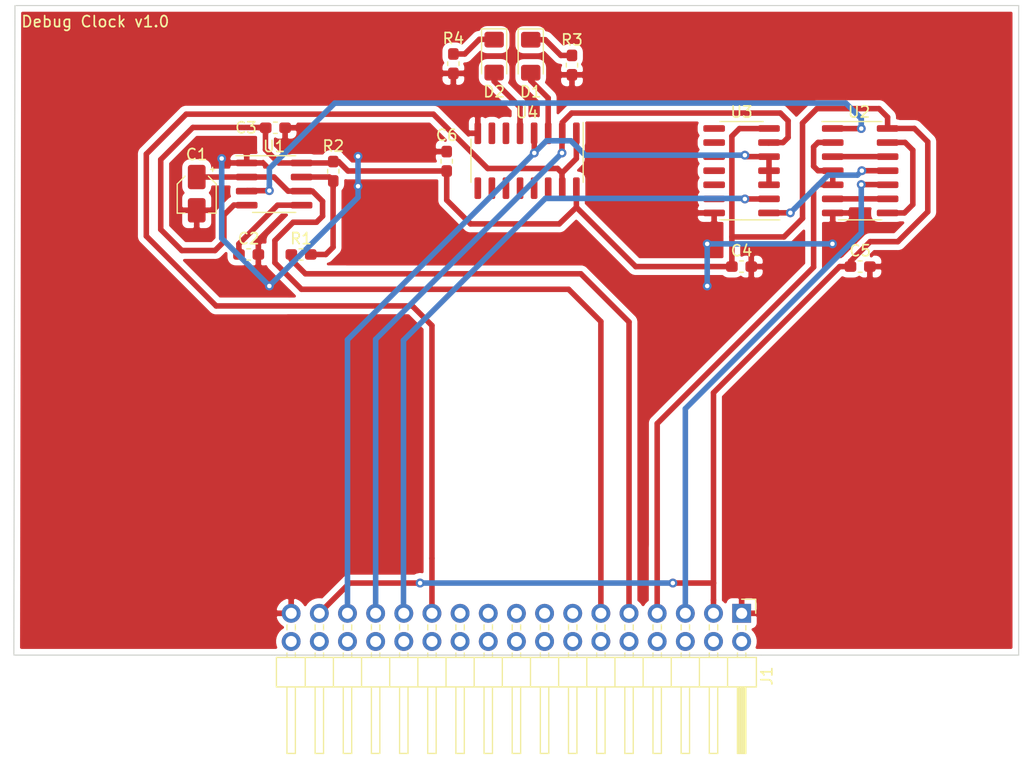
<source format=kicad_pcb>
(kicad_pcb (version 20211014) (generator pcbnew)
  (layers (0 "F.Cu" signal) (31 "B.Cu" signal) (34 "B.Paste" user) (35 "F.Paste" user) (36 "B.SilkS" user "B.Silkscreen") (37 "F.SilkS" user "F.Silkscreen") (38 "B.Mask" user) (39 "F.Mask" user) (44 "Edge.Cuts" user))
  (net 0 "")
  (net 1 "SPD2")
  (net 2 "GND")
  (net 3 "Net-(C2-Pad1)")
  (net 4 "+5V")
  (net 5 "Net-(D1-Pad1)")
  (net 6 "Net-(D1-Pad2)")
  (net 7 "Net-(D2-Pad2)")
  (net 8 "Net-(D2-Pad1)")
  (net 9 "Net-(J1-Pad2)")
  (net 10 "Net-(J1-Pad4)")
  (net 11 "MAN")
  (net 12 "Net-(J1-Pad6)")
  (net 13 "SEL")
  (net 14 "Net-(J1-Pad8)")
  (net 15 "SPD1")
  (net 16 "Net-(J1-Pad10)")
  (net 17 "Net-(J1-Pad12)")
  (net 18 "Net-(J1-Pad13)")
  (net 19 "Net-(J1-Pad14)")
  (net 20 "Net-(J1-Pad15)")
  (net 21 "Net-(J1-Pad16)")
  (net 22 "Net-(J1-Pad17)")
  (net 23 "Net-(J1-Pad18)")
  (net 24 "Net-(J1-Pad19)")
  (net 25 "Net-(J1-Pad20)")
  (net 26 "Net-(J1-Pad21)")
  (net 27 "Net-(J1-Pad22)")
  (net 28 "DBG")
  (net 29 "Net-(J1-Pad24)")
  (net 30 "HLT")
  (net 31 "Net-(J1-Pad26)")
  (net 32 "~{CLK}")
  (net 33 "Net-(J1-Pad28)")
  (net 34 "CLK")
  (net 35 "Net-(J1-Pad30)")
  (net 36 "Net-(J1-Pad32)")
  (net 37 "Net-(J1-Pad34)")
  (net 38 "Net-(R1-Pad2)")
  (net 39 "Net-(U1-Pad3)")
  (net 40 "Net-(U2-Pad12)")
  (net 41 "Net-(U2-Pad6)")
  (net 42 "Net-(U2-Pad13)")
  (net 43 "Net-(U2-Pad11)")
  (net 44 "Net-(U3-Pad13)")
  (net 45 "Net-(U3-Pad12)")
  (net 46 "Net-(U3-Pad11)")
  (net 47 "Net-(U3-Pad10)")
  (net 48 "Net-(U3-Pad9)")
  (net 49 "Net-(U3-Pad8)")
  (net 50 "Net-(U4-Pad6)")
  (net 51 "Net-(U4-Pad7)")
  (net 52 "Net-(U4-Pad9)")
  (net 53 "Net-(U4-Pad10)")
  (net 54 "Net-(U4-Pad11)")
  (net 55 "Net-(U4-Pad12)")
  (net 56 "Net-(U4-Pad13)")
  (net 57 "Net-(U4-Pad14)")
  (footprint "Capacitor_SMD:C_0603_1608Metric_Pad1.05x0.95mm_HandSolder" (layer "F.Cu") (at 176.3 56.35)
    (fp_text reference "C5" (at 0 -1.43) (layer "F.SilkS"))
    (fp_text value "0.1uF")
    (pad "1" smd roundrect locked (at -0.875 0) (size 1.05 0.95) (layers "F.Cu" "F.Paste" "F.Mask") (net 4 "+5V"))
    (pad "2" smd roundrect locked (at 0.875 0) (size 1.05 0.95) (layers "F.Cu" "F.Paste" "F.Mask") (net 2 "GND"))
  )
  (footprint "Connector_PinHeader_2.54mm:PinHeader_2x17_P2.54mm_Horizontal" (layer "F.Cu") (at 165.608 87.63 -90)
    (fp_text reference "J1" (at 5.655 -2.27 90) (layer "F.SilkS"))
    (fp_text value "Interconnect")
    (pad "1" thru_hole rect locked (at 0 0 270) (size 1.7 1.7) (drill 1) (layers *.Cu *.Mask) (net 2 "GND"))
    (pad "2" thru_hole oval locked (at 2.54 0 270) (size 1.7 1.7) (drill 1) (layers *.Cu *.Mask) (net 9 "Net-(J1-Pad2)"))
    (pad "3" thru_hole oval locked (at 0 2.54 270) (size 1.7 1.7) (drill 1) (layers *.Cu *.Mask) (net 4 "+5V"))
    (pad "4" thru_hole oval locked (at 2.54 2.54 270) (size 1.7 1.7) (drill 1) (layers *.Cu *.Mask) (net 10 "Net-(J1-Pad4)"))
    (pad "5" thru_hole oval locked (at 0 5.08 270) (size 1.7 1.7) (drill 1) (layers *.Cu *.Mask) (net 11 "MAN"))
    (pad "6" thru_hole oval locked (at 2.54 5.08 270) (size 1.7 1.7) (drill 1) (layers *.Cu *.Mask) (net 12 "Net-(J1-Pad6)"))
    (pad "7" thru_hole oval locked (at 0 7.62 270) (size 1.7 1.7) (drill 1) (layers *.Cu *.Mask) (net 13 "SEL"))
    (pad "8" thru_hole oval locked (at 2.54 7.62 270) (size 1.7 1.7) (drill 1) (layers *.Cu *.Mask) (net 14 "Net-(J1-Pad8)"))
    (pad "9" thru_hole oval locked (at 0 10.16 270) (size 1.7 1.7) (drill 1) (layers *.Cu *.Mask) (net 15 "SPD1"))
    (pad "10" thru_hole oval locked (at 2.54 10.16 270) (size 1.7 1.7) (drill 1) (layers *.Cu *.Mask) (net 16 "Net-(J1-Pad10)"))
    (pad "11" thru_hole oval locked (at 0 12.7 270) (size 1.7 1.7) (drill 1) (layers *.Cu *.Mask) (net 1 "SPD2"))
    (pad "12" thru_hole oval locked (at 2.54 12.7 270) (size 1.7 1.7) (drill 1) (layers *.Cu *.Mask) (net 17 "Net-(J1-Pad12)"))
    (pad "13" thru_hole oval locked (at 0 15.24 270) (size 1.7 1.7) (drill 1) (layers *.Cu *.Mask) (net 18 "Net-(J1-Pad13)"))
    (pad "14" thru_hole oval locked (at 2.54 15.24 270) (size 1.7 1.7) (drill 1) (layers *.Cu *.Mask) (net 19 "Net-(J1-Pad14)"))
    (pad "15" thru_hole oval locked (at 0 17.78 270) (size 1.7 1.7) (drill 1) (layers *.Cu *.Mask) (net 20 "Net-(J1-Pad15)"))
    (pad "16" thru_hole oval locked (at 2.54 17.78 270) (size 1.7 1.7) (drill 1) (layers *.Cu *.Mask) (net 21 "Net-(J1-Pad16)"))
    (pad "17" thru_hole oval locked (at 0 20.32 270) (size 1.7 1.7) (drill 1) (layers *.Cu *.Mask) (net 22 "Net-(J1-Pad17)"))
    (pad "18" thru_hole oval locked (at 2.54 20.32 270) (size 1.7 1.7) (drill 1) (layers *.Cu *.Mask) (net 23 "Net-(J1-Pad18)"))
    (pad "19" thru_hole oval locked (at 0 22.86 270) (size 1.7 1.7) (drill 1) (layers *.Cu *.Mask) (net 24 "Net-(J1-Pad19)"))
    (pad "20" thru_hole oval locked (at 2.54 22.86 270) (size 1.7 1.7) (drill 1) (layers *.Cu *.Mask) (net 25 "Net-(J1-Pad20)"))
    (pad "21" thru_hole oval locked (at 0 25.4 270) (size 1.7 1.7) (drill 1) (layers *.Cu *.Mask) (net 26 "Net-(J1-Pad21)"))
    (pad "22" thru_hole oval locked (at 2.54 25.4 270) (size 1.7 1.7) (drill 1) (layers *.Cu *.Mask) (net 27 "Net-(J1-Pad22)"))
    (pad "23" thru_hole oval locked (at 0 27.94 270) (size 1.7 1.7) (drill 1) (layers *.Cu *.Mask) (net 28 "DBG"))
    (pad "24" thru_hole oval locked (at 2.54 27.94 270) (size 1.7 1.7) (drill 1) (layers *.Cu *.Mask) (net 29 "Net-(J1-Pad24)"))
    (pad "25" thru_hole oval locked (at 0 30.48 270) (size 1.7 1.7) (drill 1) (layers *.Cu *.Mask) (net 30 "HLT"))
    (pad "26" thru_hole oval locked (at 2.54 30.48 270) (size 1.7 1.7) (drill 1) (layers *.Cu *.Mask) (net 31 "Net-(J1-Pad26)"))
    (pad "27" thru_hole oval locked (at 0 33.02 270) (size 1.7 1.7) (drill 1) (layers *.Cu *.Mask) (net 32 "~{CLK}"))
    (pad "28" thru_hole oval locked (at 2.54 33.02 270) (size 1.7 1.7) (drill 1) (layers *.Cu *.Mask) (net 33 "Net-(J1-Pad28)"))
    (pad "29" thru_hole oval locked (at 0 35.56 270) (size 1.7 1.7) (drill 1) (layers *.Cu *.Mask) (net 34 "CLK"))
    (pad "30" thru_hole oval locked (at 2.54 35.56 270) (size 1.7 1.7) (drill 1) (layers *.Cu *.Mask) (net 35 "Net-(J1-Pad30)"))
    (pad "31" thru_hole oval locked (at 0 38.1 270) (size 1.7 1.7) (drill 1) (layers *.Cu *.Mask) (net 4 "+5V"))
    (pad "32" thru_hole oval locked (at 2.54 38.1 270) (size 1.7 1.7) (drill 1) (layers *.Cu *.Mask) (net 36 "Net-(J1-Pad32)"))
    (pad "33" thru_hole oval locked (at 0 40.64 270) (size 1.7 1.7) (drill 1) (layers *.Cu *.Mask) (net 2 "GND"))
    (pad "34" thru_hole oval locked (at 2.54 40.64 270) (size 1.7 1.7) (drill 1) (layers *.Cu *.Mask) (net 37 "Net-(J1-Pad34)"))
  )
  (footprint "Resistor_SMD:R_0603_1608Metric_Pad1.05x0.95mm_HandSolder" (layer "F.Cu") (at 128.766 47.749 90)
    (fp_text reference "R2" (at 2.272 0 180) (layer "F.SilkS"))
    (fp_text value "1K")
    (pad "1" smd roundrect locked (at -0.875 0 90) (size 1.05 0.95) (layers "F.Cu" "F.Paste" "F.Mask") (net 38 "Net-(R1-Pad2)"))
    (pad "2" smd roundrect locked (at 0.875 0 90) (size 1.05 0.95) (layers "F.Cu" "F.Paste" "F.Mask") (net 4 "+5V"))
  )
  (footprint "Package_SO:SOIC-14_3.9x8.7mm_P1.27mm" (layer "F.Cu") (at 176.3 47.7)
    (fp_text reference "U2" (at -0.1 -5.3) (layer "F.SilkS"))
    (fp_text value "74LS00")
    (pad "1" smd roundrect locked (at -2.475 -3.81) (size 1.95 0.6) (layers "F.Cu" "F.Paste" "F.Mask") (net 39 "Net-(U1-Pad3)"))
    (pad "2" smd roundrect locked (at -2.475 -2.54) (size 1.95 0.6) (layers "F.Cu" "F.Paste" "F.Mask") (net 13 "SEL"))
    (pad "3" smd roundrect locked (at -2.475 -1.27) (size 1.95 0.6) (layers "F.Cu" "F.Paste" "F.Mask") (net 40 "Net-(U2-Pad12)"))
    (pad "4" smd roundrect locked (at -2.475 0) (size 1.95 0.6) (layers "F.Cu" "F.Paste" "F.Mask") (net 13 "SEL"))
    (pad "5" smd roundrect locked (at -2.475 1.27) (size 1.95 0.6) (layers "F.Cu" "F.Paste" "F.Mask") (net 13 "SEL"))
    (pad "6" smd roundrect locked (at -2.475 2.54) (size 1.95 0.6) (layers "F.Cu" "F.Paste" "F.Mask") (net 41 "Net-(U2-Pad6)"))
    (pad "7" smd roundrect locked (at -2.475 3.81) (size 1.95 0.6) (layers "F.Cu" "F.Paste" "F.Mask") (net 2 "GND"))
    (pad "8" smd roundrect locked (at 2.475 3.81) (size 1.95 0.6) (layers "F.Cu" "F.Paste" "F.Mask") (net 42 "Net-(U2-Pad13)"))
    (pad "9" smd roundrect locked (at 2.475 2.54) (size 1.95 0.6) (layers "F.Cu" "F.Paste" "F.Mask") (net 41 "Net-(U2-Pad6)"))
    (pad "10" smd roundrect locked (at 2.475 1.27) (size 1.95 0.6) (layers "F.Cu" "F.Paste" "F.Mask") (net 11 "MAN"))
    (pad "11" smd roundrect locked (at 2.475 0) (size 1.95 0.6) (layers "F.Cu" "F.Paste" "F.Mask") (net 43 "Net-(U2-Pad11)"))
    (pad "12" smd roundrect locked (at 2.475 -1.27) (size 1.95 0.6) (layers "F.Cu" "F.Paste" "F.Mask") (net 40 "Net-(U2-Pad12)"))
    (pad "13" smd roundrect locked (at 2.475 -2.54) (size 1.95 0.6) (layers "F.Cu" "F.Paste" "F.Mask") (net 42 "Net-(U2-Pad13)"))
    (pad "14" smd roundrect locked (at 2.475 -3.81) (size 1.95 0.6) (layers "F.Cu" "F.Paste" "F.Mask") (net 4 "+5V"))
  )
  (footprint "Package_SO:SOIC-16_3.9x9.9mm_P1.27mm" (layer "F.Cu") (at 146.25 46.8 -90)
    (fp_text reference "U4" (at -4.35 0 180) (layer "F.SilkS"))
    (fp_text value "74LS365")
    (pad "1" smd roundrect locked (at -2.475 -4.445 270) (size 1.95 0.6) (layers "F.Cu" "F.Paste" "F.Mask") (net 28 "DBG"))
    (pad "2" smd roundrect locked (at -2.475 -3.175 270) (size 1.95 0.6) (layers "F.Cu" "F.Paste" "F.Mask") (net 32 "~{CLK}"))
    (pad "3" smd roundrect locked (at -2.475 -1.905 270) (size 1.95 0.6) (layers "F.Cu" "F.Paste" "F.Mask") (net 6 "Net-(D1-Pad2)"))
    (pad "4" smd roundrect locked (at -2.475 -0.635 270) (size 1.95 0.6) (layers "F.Cu" "F.Paste" "F.Mask") (net 34 "CLK"))
    (pad "5" smd roundrect locked (at -2.475 0.635 270) (size 1.95 0.6) (layers "F.Cu" "F.Paste" "F.Mask") (net 7 "Net-(D2-Pad2)"))
    (pad "6" smd roundrect locked (at -2.475 1.905 270) (size 1.95 0.6) (layers "F.Cu" "F.Paste" "F.Mask") (net 50 "Net-(U4-Pad6)"))
    (pad "7" smd roundrect locked (at -2.475 3.175 270) (size 1.95 0.6) (layers "F.Cu" "F.Paste" "F.Mask") (net 51 "Net-(U4-Pad7)"))
    (pad "8" smd roundrect locked (at -2.475 4.445 270) (size 1.95 0.6) (layers "F.Cu" "F.Paste" "F.Mask") (net 2 "GND"))
    (pad "9" smd roundrect locked (at 2.475 4.445 270) (size 1.95 0.6) (layers "F.Cu" "F.Paste" "F.Mask") (net 52 "Net-(U4-Pad9)"))
    (pad "10" smd roundrect locked (at 2.475 3.175 270) (size 1.95 0.6) (layers "F.Cu" "F.Paste" "F.Mask") (net 53 "Net-(U4-Pad10)"))
    (pad "11" smd roundrect locked (at 2.475 1.905 270) (size 1.95 0.6) (layers "F.Cu" "F.Paste" "F.Mask") (net 54 "Net-(U4-Pad11)"))
    (pad "12" smd roundrect locked (at 2.475 0.635 270) (size 1.95 0.6) (layers "F.Cu" "F.Paste" "F.Mask") (net 55 "Net-(U4-Pad12)"))
    (pad "13" smd roundrect locked (at 2.475 -0.635 270) (size 1.95 0.6) (layers "F.Cu" "F.Paste" "F.Mask") (net 56 "Net-(U4-Pad13)"))
    (pad "14" smd roundrect locked (at 2.475 -1.905 270) (size 1.95 0.6) (layers "F.Cu" "F.Paste" "F.Mask") (net 57 "Net-(U4-Pad14)"))
    (pad "15" smd roundrect locked (at 2.475 -3.175 270) (size 1.95 0.6) (layers "F.Cu" "F.Paste" "F.Mask") (net 28 "DBG"))
    (pad "16" smd roundrect locked (at 2.475 -4.445 270) (size 1.95 0.6) (layers "F.Cu" "F.Paste" "F.Mask") (net 4 "+5V"))
  )
  (footprint "Package_SO:SOIC-8_3.9x4.9mm_P1.27mm" (layer "F.Cu") (at 123.432 48.906)
    (fp_text reference "U1" (at 0 -3.4) (layer "F.SilkS"))
    (fp_text value "LM555")
    (pad "1" smd roundrect locked (at -2.475 -1.905) (size 1.95 0.6) (layers "F.Cu" "F.Paste" "F.Mask") (net 2 "GND"))
    (pad "2" smd roundrect locked (at -2.475 -0.635) (size 1.95 0.6) (layers "F.Cu" "F.Paste" "F.Mask") (net 1 "SPD2"))
    (pad "3" smd roundrect locked (at -2.475 0.635) (size 1.95 0.6) (layers "F.Cu" "F.Paste" "F.Mask") (net 39 "Net-(U1-Pad3)"))
    (pad "4" smd roundrect locked (at -2.475 1.905) (size 1.95 0.6) (layers "F.Cu" "F.Paste" "F.Mask") (net 4 "+5V"))
    (pad "5" smd roundrect locked (at 2.475 1.905) (size 1.95 0.6) (layers "F.Cu" "F.Paste" "F.Mask") (net 3 "Net-(C2-Pad1)"))
    (pad "6" smd roundrect locked (at 2.475 0.635) (size 1.95 0.6) (layers "F.Cu" "F.Paste" "F.Mask") (net 1 "SPD2"))
    (pad "7" smd roundrect locked (at 2.475 -0.635) (size 1.95 0.6) (layers "F.Cu" "F.Paste" "F.Mask") (net 38 "Net-(R1-Pad2)"))
    (pad "8" smd roundrect locked (at 2.475 -1.905) (size 1.95 0.6) (layers "F.Cu" "F.Paste" "F.Mask") (net 4 "+5V"))
  )
  (footprint "Capacitor_SMD:CP_Elec_3x5.4" (layer "F.Cu") (at 116.447 49.771 -90)
    (fp_text reference "C1" (at -3.532 0 180) (layer "F.SilkS"))
    (fp_text value "1uF")
    (pad "1" smd roundrect locked (at -1.5 0 270) (size 2.2 1.6) (layers "F.Cu" "F.Paste" "F.Mask") (roundrect_rratio 0.15625) (net 1 "SPD2"))
    (pad "2" smd roundrect locked (at 1.5 0 270) (size 2.2 1.6) (layers "F.Cu" "F.Paste" "F.Mask") (roundrect_rratio 0.15625) (net 2 "GND"))
  )
  (footprint "Capacitor_SMD:C_0603_1608Metric_Pad1.05x0.95mm_HandSolder" (layer "F.Cu") (at 123.545 43.826)
    (fp_text reference "C3" (at -2.653 0) (layer "F.SilkS"))
    (fp_text value "0.1uF")
    (pad "1" smd roundrect locked (at -0.875 0) (size 1.05 0.95) (layers "F.Cu" "F.Paste" "F.Mask") (net 4 "+5V"))
    (pad "2" smd roundrect locked (at 0.875 0) (size 1.05 0.95) (layers "F.Cu" "F.Paste" "F.Mask") (net 2 "GND"))
  )
  (footprint "Capacitor_SMD:C_0603_1608Metric_Pad1.05x0.95mm_HandSolder" (layer "F.Cu") (at 121.132 55.256)
    (fp_text reference "C2" (at 0 -1.43) (layer "F.SilkS"))
    (fp_text value "0.01uF")
    (pad "1" smd roundrect locked (at -0.875 0) (size 1.05 0.95) (layers "F.Cu" "F.Paste" "F.Mask") (net 3 "Net-(C2-Pad1)"))
    (pad "2" smd roundrect locked (at 0.875 0) (size 1.05 0.95) (layers "F.Cu" "F.Paste" "F.Mask") (net 2 "GND"))
  )
  (footprint "Resistor_SMD:R_0603_1608Metric_Pad1.05x0.95mm_HandSolder" (layer "F.Cu") (at 125.859 55.256)
    (fp_text reference "R1" (at 0 -1.43) (layer "F.SilkS"))
    (fp_text value "100R")
    (pad "1" smd roundrect locked (at -0.875 0) (size 1.05 0.95) (layers "F.Cu" "F.Paste" "F.Mask") (net 15 "SPD1"))
    (pad "2" smd roundrect locked (at 0.875 0) (size 1.05 0.95) (layers "F.Cu" "F.Paste" "F.Mask") (net 38 "Net-(R1-Pad2)"))
  )
  (footprint "Package_SO:SOIC-14_3.9x8.7mm_P1.27mm" (layer "F.Cu") (at 165.6 47.7 180)
    (fp_text reference "U3" (at 0 5.3) (layer "F.SilkS"))
    (fp_text value "74LS00")
    (pad "1" smd roundrect locked (at -2.475 -3.81 180) (size 1.95 0.6) (layers "F.Cu" "F.Paste" "F.Mask") (net 43 "Net-(U2-Pad11)"))
    (pad "2" smd roundrect locked (at -2.475 -2.54 180) (size 1.95 0.6) (layers "F.Cu" "F.Paste" "F.Mask") (net 30 "HLT"))
    (pad "3" smd roundrect locked (at -2.475 -1.27 180) (size 1.95 0.6) (layers "F.Cu" "F.Paste" "F.Mask") (net 34 "CLK"))
    (pad "4" smd roundrect locked (at -2.475 0 180) (size 1.95 0.6) (layers "F.Cu" "F.Paste" "F.Mask") (net 34 "CLK"))
    (pad "5" smd roundrect locked (at -2.475 1.27 180) (size 1.95 0.6) (layers "F.Cu" "F.Paste" "F.Mask") (net 34 "CLK"))
    (pad "6" smd roundrect locked (at -2.475 2.54 180) (size 1.95 0.6) (layers "F.Cu" "F.Paste" "F.Mask") (net 32 "~{CLK}"))
    (pad "7" smd roundrect locked (at -2.475 3.81 180) (size 1.95 0.6) (layers "F.Cu" "F.Paste" "F.Mask") (net 4 "+5V"))
    (pad "8" smd roundrect locked (at 2.475 3.81 180) (size 1.95 0.6) (layers "F.Cu" "F.Paste" "F.Mask") (net 49 "Net-(U3-Pad8)"))
    (pad "9" smd roundrect locked (at 2.475 2.54 180) (size 1.95 0.6) (layers "F.Cu" "F.Paste" "F.Mask") (net 48 "Net-(U3-Pad9)"))
    (pad "10" smd roundrect locked (at 2.475 1.27 180) (size 1.95 0.6) (layers "F.Cu" "F.Paste" "F.Mask") (net 47 "Net-(U3-Pad10)"))
    (pad "11" smd roundrect locked (at 2.475 0 180) (size 1.95 0.6) (layers "F.Cu" "F.Paste" "F.Mask") (net 46 "Net-(U3-Pad11)"))
    (pad "12" smd roundrect locked (at 2.475 -1.27 180) (size 1.95 0.6) (layers "F.Cu" "F.Paste" "F.Mask") (net 45 "Net-(U3-Pad12)"))
    (pad "13" smd roundrect locked (at 2.475 -2.54 180) (size 1.95 0.6) (layers "F.Cu" "F.Paste" "F.Mask") (net 44 "Net-(U3-Pad13)"))
    (pad "14" smd roundrect locked (at 2.475 -3.81 180) (size 1.95 0.6) (layers "F.Cu" "F.Paste" "F.Mask") (net 2 "GND"))
  )
  (footprint "Capacitor_SMD:C_0603_1608Metric_Pad1.05x0.95mm_HandSolder" (layer "F.Cu") (at 139 46.85 90)
    (fp_text reference "C6" (at 2.35 0 180) (layer "F.SilkS"))
    (fp_text value "0.1uF")
    (pad "1" smd roundrect locked (at -0.875 0 90) (size 1.05 0.95) (layers "F.Cu" "F.Paste" "F.Mask") (net 4 "+5V"))
    (pad "2" smd roundrect locked (at 0.875 0 90) (size 1.05 0.95) (layers "F.Cu" "F.Paste" "F.Mask") (net 2 "GND"))
  )
  (footprint "Capacitor_SMD:C_0603_1608Metric_Pad1.05x0.95mm_HandSolder" (layer "F.Cu") (at 165.6 56.35)
    (fp_text reference "C4" (at 0 -1.43) (layer "F.SilkS"))
    (fp_text value "0.1uF")
    (pad "1" smd roundrect locked (at -0.875 0) (size 1.05 0.95) (layers "F.Cu" "F.Paste" "F.Mask") (net 4 "+5V"))
    (pad "2" smd roundrect locked (at 0.875 0) (size 1.05 0.95) (layers "F.Cu" "F.Paste" "F.Mask") (net 2 "GND"))
  )
  (footprint "LED_SMD:LED_1206_3216Metric_Pad1.42x1.75mm_HandSolder" (layer "F.Cu") (at 146.58 37.3705 -90)
    (fp_text reference "D1" (at 3.2115 0 180) (layer "F.SilkS"))
    (fp_text value "~{CLK}")
    (pad "1" smd roundrect locked (at -1.4875 0 270) (size 1.425 1.75) (layers "F.Cu" "F.Paste" "F.Mask") (roundrect_rratio 0.175439) (net 5 "Net-(D1-Pad1)"))
    (pad "2" smd roundrect locked (at 1.4875 0 270) (size 1.425 1.75) (layers "F.Cu" "F.Paste" "F.Mask") (roundrect_rratio 0.175439) (net 6 "Net-(D1-Pad2)"))
  )
  (footprint "Resistor_SMD:R_0603_1608Metric_Pad1.05x0.95mm_HandSolder" (layer "F.Cu") (at 150.3 38.175 90)
    (fp_text reference "R3" (at 2.272 0 180) (layer "F.SilkS"))
    (fp_text value "220R")
    (pad "1" smd roundrect locked (at -0.875 0 90) (size 1.05 0.95) (layers "F.Cu" "F.Paste" "F.Mask") (net 2 "GND"))
    (pad "2" smd roundrect locked (at 0.875 0 90) (size 1.05 0.95) (layers "F.Cu" "F.Paste" "F.Mask") (net 5 "Net-(D1-Pad1)"))
  )
  (footprint "Resistor_SMD:R_0603_1608Metric_Pad1.05x0.95mm_HandSolder" (layer "F.Cu") (at 139.6 38.045 90)
    (fp_text reference "R4" (at 2.272 0 180) (layer "F.SilkS"))
    (fp_text value "220R")
    (pad "1" smd roundrect locked (at -0.875 0 90) (size 1.05 0.95) (layers "F.Cu" "F.Paste" "F.Mask") (net 2 "GND"))
    (pad "2" smd roundrect locked (at 0.875 0 90) (size 1.05 0.95) (layers "F.Cu" "F.Paste" "F.Mask") (net 8 "Net-(D2-Pad1)"))
  )
  (footprint "LED_SMD:LED_1206_3216Metric_Pad1.42x1.75mm_HandSolder" (layer "F.Cu") (at 143.278 37.3625 -90)
    (fp_text reference "D2" (at 3.2115 0 180) (layer "F.SilkS"))
    (fp_text value "CLK")
    (pad "1" smd roundrect locked (at -1.4875 0 270) (size 1.425 1.75) (layers "F.Cu" "F.Paste" "F.Mask") (roundrect_rratio 0.175439) (net 8 "Net-(D2-Pad1)"))
    (pad "2" smd roundrect locked (at 1.4875 0 270) (size 1.425 1.75) (layers "F.Cu" "F.Paste" "F.Mask") (roundrect_rratio 0.175439) (net 7 "Net-(D2-Pad2)"))
  )
  (gr_line (start 99.95 91.4) (end 123.2 91.4) (layer "Edge.Cuts") (width 0.1))
  (gr_line (start 123.5 91.4) (end 123.2 91.4) (layer "Edge.Cuts") (width 0.1))
  (gr_line (start 190.6 32.8) (end 100.05 32.8) (layer "Edge.Cuts") (width 0.1))
  (gr_line (start 99.95 91.3) (end 100.05 32.8) (layer "Edge.Cuts") (width 0.1))
  (gr_line (start 167.4 91.4) (end 190.6 91.4) (layer "Edge.Cuts") (width 0.1))
  (gr_line (start 190.6 91.4) (end 190.6 32.8) (layer "Edge.Cuts") (width 0.1))
  (gr_line (start 167.4 91.4) (end 123.5 91.4) (layer "Edge.Cuts") (width 0.1))
  (gr_text "Debug Clock v1.0" (at 107.3 34.25) (layer "F.SilkS") (effects (font (size 1 1))))
  (segment (start 125.907 49.541) (end 124.691 49.541) (width 0.5) (layer "F.Cu") (net 1))
  (segment (start 127.8 51.8) (end 127.25 52.35) (width 0.5) (layer "F.Cu") (net 1))
  (segment (start 126.882 49.541) (end 127.8 50.459) (width 0.5) (layer "F.Cu") (net 1))
  (segment (start 125.9 58.4) (end 150 58.4) (width 0.5) (layer "F.Cu") (net 1))
  (segment (start 125.15 52.35) (end 123.5 54) (width 0.5) (layer "F.Cu") (net 1))
  (segment (start 125.907 49.541) (end 126.882 49.541) (width 0.5) (layer "F.Cu") (net 1))
  (segment (start 127.8 50.459) (end 127.8 51.8) (width 0.5) (layer "F.Cu") (net 1))
  (segment (start 127.25 52.35) (end 125.15 52.35) (width 0.5) (layer "F.Cu") (net 1))
  (segment (start 150 58.4) (end 152.908 61.308) (width 0.5) (layer "F.Cu") (net 1))
  (segment (start 152.908 61.308) (end 152.908 87.63) (width 0.5) (layer "F.Cu") (net 1))
  (segment (start 123.5 54) (end 123.5 56) (width 0.5) (layer "F.Cu") (net 1))
  (segment (start 120.957 48.271) (end 116.447 48.271) (width 0.5) (layer "F.Cu") (net 1))
  (segment (start 123.5 56) (end 125.9 58.4) (width 0.5) (layer "F.Cu") (net 1))
  (segment (start 124.691 49.541) (end 123.421 48.271) (width 0.5) (layer "F.Cu") (net 1))
  (segment (start 123.421 48.271) (end 120.957 48.271) (width 0.5) (layer "F.Cu") (net 1))
  (segment (start 166.475 56.35) (end 167 56.35) (width 0.5) (layer "F.Cu") (net 2))
  (via (at 173.8 54.3) (size 0.8) (drill 0.4) (layers "F.Cu" "B.Cu") (net 2))
  (via (at 162.5 58.1) (size 0.8) (drill 0.4) (layers "F.Cu" "B.Cu") (net 2))
  (via (at 131 49.1) (size 0.8) (drill 0.4) (layers "F.Cu" "B.Cu") (net 2))
  (via (at 162.5 54.3) (size 0.8) (drill 0.4) (layers "F.Cu" "B.Cu") (net 2))
  (via (at 131 46.4) (size 0.8) (drill 0.4) (layers "F.Cu" "B.Cu") (net 2))
  (via (at 123 58.1) (size 0.8) (drill 0.4) (layers "F.Cu" "B.Cu") (net 2))
  (via (at 118.7 46.6) (size 0.8) (drill 0.4) (layers "F.Cu" "B.Cu") (net 2))
  (segment (start 173.8 54.3) (end 173.8 54.3) (width 0.5) (layer "B.Cu") (net 2))
  (segment (start 131 46.4) (end 131 49.1) (width 0.5) (layer "B.Cu") (net 2))
  (segment (start 131 49.1) (end 131 50.1) (width 0.5) (layer "B.Cu") (net 2))
  (segment (start 162.5 54.3) (end 173.8 54.3) (width 0.5) (layer "B.Cu") (net 2))
  (segment (start 131 50.1) (end 123 58.1) (width 0.5) (layer "B.Cu") (net 2))
  (segment (start 162.5 54.3) (end 162.5 58.1) (width 0.5) (layer "B.Cu") (net 2))
  (segment (start 118.7 46.6) (end 118.7 53.8) (width 0.5) (layer "B.Cu") (net 2))
  (segment (start 118.7 53.8) (end 123 58.1) (width 0.5) (layer "B.Cu") (net 2))
  (segment (start 120.25 54.3) (end 123.739 50.811) (width 0.5) (layer "F.Cu") (net 3))
  (segment (start 120.257 54.781) (end 120.25 54.774) (width 0.5) (layer "F.Cu") (net 3))
  (segment (start 123.739 50.811) (end 125.907 50.811) (width 0.5) (layer "F.Cu") (net 3))
  (segment (start 120.257 55.256) (end 120.257 54.781) (width 0.5) (layer "F.Cu") (net 3))
  (segment (start 120.25 54.774) (end 120.25 54.3) (width 0.5) (layer "F.Cu") (net 3))
  (segment (start 159.4 84.9) (end 159.4 84.9) (width 0.5) (layer "F.Cu") (net 4))
  (segment (start 150.7 51) (end 149.15 52.5) (width 0.5) (layer "F.Cu") (net 4))
  (segment (start 122.65 44.321) (end 122.65 45.8) (width 0.5) (layer "F.Cu") (net 4))
  (segment (start 169.425 53.675) (end 171.1 52) (width 0.5) (layer "F.Cu") (net 4))
  (segment (start 130.238 84.9) (end 127.508 87.63) (width 0.5) (layer "F.Cu") (net 4))
  (segment (start 122.67 43.826) (end 122.67 44.301) (width 0.5) (layer "F.Cu") (net 4))
  (segment (start 128.639 47.001) (end 128.766 46.874) (width 0.5) (layer "F.Cu") (net 4))
  (segment (start 115.1 54.9) (end 113.2 53) (width 0.5) (layer "F.Cu") (net 4))
  (segment (start 163.068 86.427919) (end 163.068 87.63) (width 0.5) (layer "F.Cu") (net 4))
  (segment (start 150.695 49.855) (end 150.7 51) (width 0.5) (layer "F.Cu") (net 4))
  (segment (start 118.1 54.9) (end 115.1 54.9) (width 0.5) (layer "F.Cu") (net 4))
  (segment (start 181.19 43.89) (end 178.775 43.89) (width 0.5) (layer "F.Cu") (net 4))
  (segment (start 163.068 84.9) (end 159.4 84.9) (width 0.5) (layer "F.Cu") (net 4))
  (segment (start 178 42.1) (end 178.775 42.875) (width 0.5) (layer "F.Cu") (net 4))
  (segment (start 163.068 84.9) (end 163.068 86.427919) (width 0.5) (layer "F.Cu") (net 4))
  (segment (start 113.2 53) (end 113.2 46.7) (width 0.5) (layer "F.Cu") (net 4))
  (segment (start 118.9 54.1) (end 118.1 54.9) (width 0.5) (layer "F.Cu") (net 4))
  (segment (start 113.2 46.7) (end 116.1 43.8) (width 0.5) (layer "F.Cu") (net 4))
  (segment (start 174.45 56.35) (end 175.425 56.35) (width 0.5) (layer "F.Cu") (net 4))
  (segment (start 156.05 56.35) (end 164.725 56.35) (width 0.5) (layer "F.Cu") (net 4))
  (segment (start 163.068 67.732) (end 174.45 56.35) (width 0.5) (layer "F.Cu") (net 4))
  (segment (start 175.425 56.35) (end 175.425 55.875) (width 0.5) (layer "F.Cu") (net 4))
  (segment (start 168.065 43.9) (end 165.411476 43.9) (width 0.5) (layer "F.Cu") (net 4))
  (segment (start 171.1 43.4) (end 172.4 42.1) (width 0.5) (layer "F.Cu") (net 4))
  (segment (start 139 48.25) (end 139 47.725) (width 0.5) (layer "F.Cu") (net 4))
  (segment (start 165.411476 43.9) (end 164.725 44.586476) (width 0.5) (layer "F.Cu") (net 4))
  (segment (start 141.15 52.5) (end 139 50.35) (width 0.5) (layer "F.Cu") (net 4))
  (segment (start 118.9 51.7) (end 118.9 54.1) (width 0.5) (layer "F.Cu") (net 4))
  (segment (start 122.65 45.8) (end 123.851 47.001) (width 0.5) (layer "F.Cu") (net 4))
  (segment (start 120.957 50.811) (end 120.311 50.811) (width 0.5) (layer "F.Cu") (net 4))
  (segment (start 177.2 54.1) (end 179.7 54.1) (width 0.5) (layer "F.Cu") (net 4))
  (segment (start 120.3 50.8) (end 119.8 50.8) (width 0.5) (layer "F.Cu") (net 4))
  (segment (start 179.7 54.1) (end 182.4 51.4) (width 0.5) (layer "F.Cu") (net 4))
  (segment (start 182.4 45.1) (end 181.19 43.89) (width 0.5) (layer "F.Cu") (net 4))
  (segment (start 164.725 53.675) (end 169.425 53.675) (width 0.5) (layer "F.Cu") (net 4))
  (segment (start 128.766 46.874) (end 129.241 46.874) (width 0.5) (layer "F.Cu") (net 4))
  (segment (start 122.145 43.826) (end 122.67 43.826) (width 0.5) (layer "F.Cu") (net 4))
  (segment (start 123.851 47.001) (end 125.907 47.001) (width 0.5) (layer "F.Cu") (net 4))
  (segment (start 125.907 47.001) (end 128.639 47.001) (width 0.5) (layer "F.Cu") (net 4))
  (segment (start 139 50.35) (end 139 48.25) (width 0.5) (layer "F.Cu") (net 4))
  (segment (start 149.15 52.5) (end 141.15 52.5) (width 0.5) (layer "F.Cu") (net 4))
  (segment (start 168.075 43.89) (end 168.065 43.9) (width 0.5) (layer "F.Cu") (net 4))
  (segment (start 163.068 84.9) (end 163.068 67.732) (width 0.5) (layer "F.Cu") (net 4))
  (segment (start 116.1 43.8) (end 122.119 43.8) (width 0.5) (layer "F.Cu") (net 4))
  (segment (start 164.725 44.586476) (end 164.725 53.675) (width 0.5) (layer "F.Cu") (net 4))
  (segment (start 129.241 46.874) (end 130.092 47.725) (width 0.5) (layer "F.Cu") (net 4))
  (segment (start 178.775 42.875) (end 178.775 43.89) (width 0.5) (layer "F.Cu") (net 4))
  (segment (start 119.8 50.8) (end 118.9 51.7) (width 0.5) (layer "F.Cu") (net 4))
  (segment (start 164.725 55.875) (end 164.725 56.35) (width 0.5) (layer "F.Cu") (net 4))
  (segment (start 122.67 44.301) (end 122.65 44.321) (width 0.5) (layer "F.Cu") (net 4))
  (segment (start 122.119 43.8) (end 122.145 43.826) (width 0.5) (layer "F.Cu") (net 4))
  (segment (start 164.725 53.675) (end 164.725 55.875) (width 0.5) (layer "F.Cu") (net 4))
  (segment (start 136.6 84.9) (end 130.238 84.9) (width 0.5) (layer "F.Cu") (net 4))
  (segment (start 120.311 50.811) (end 120.3 50.8) (width 0.5) (layer "F.Cu") (net 4))
  (segment (start 172.4 42.1) (end 178 42.1) (width 0.5) (layer "F.Cu") (net 4))
  (segment (start 130.092 47.725) (end 139 47.725) (width 0.5) (layer "F.Cu") (net 4))
  (segment (start 182.4 51.4) (end 182.4 45.1) (width 0.5) (layer "F.Cu") (net 4))
  (segment (start 150.7 51) (end 156.05 56.35) (width 0.5) (layer "F.Cu") (net 4))
  (segment (start 150.695 49.275) (end 150.695 49.855) (width 0.5) (layer "F.Cu") (net 4))
  (segment (start 171.1 52) (end 171.1 43.4) (width 0.5) (layer "F.Cu") (net 4))
  (segment (start 175.425 55.875) (end 177.2 54.1) (width 0.5) (layer "F.Cu") (net 4))
  (via (at 136.6 84.9) (size 0.8) (drill 0.4) (layers "F.Cu" "B.Cu") (net 4))
  (via (at 159.4 84.9) (size 0.8) (drill 0.4) (layers "F.Cu" "B.Cu") (net 4))
  (segment (start 136.6 84.9) (end 136.6 84.9) (width 0.5) (layer "B.Cu") (net 4))
  (segment (start 159.4 84.9) (end 136.6 84.9) (width 0.5) (layer "B.Cu") (net 4))
  (segment (start 146.58 35.883) (end 147.883 35.883) (width 0.5) (layer "F.Cu") (net 5))
  (segment (start 149.3 37.3) (end 150.3 37.3) (width 0.5) (layer "F.Cu") (net 5))
  (segment (start 147.883 35.883) (end 149.3 37.3) (width 0.5) (layer "F.Cu") (net 5))
  (segment (start 148.155 43.35) (end 148.155 44.325) (width 0.5) (layer "F.Cu") (net 6))
  (segment (start 146.58 38.858) (end 146.58 39.5705) (width 0.5) (layer "F.Cu") (net 6))
  (segment (start 146.58 39.5705) (end 148.155 41.1455) (width 0.5) (layer "F.Cu") (net 6))
  (segment (start 148.155 41.1455) (end 148.155 43.35) (width 0.5) (layer "F.Cu") (net 6))
  (segment (start 145.615 41.965) (end 145.615 43.35) (width 0.5) (layer "F.Cu") (net 7))
  (segment (start 145.615 44.325) (end 145.615 43.665) (width 0.5) (layer "F.Cu") (net 7))
  (segment (start 145.615 43.665) (end 145.6 43.65) (width 0.5) (layer "F.Cu") (net 7))
  (segment (start 145.615 43.35) (end 145.615 44.325) (width 0.5) (layer "F.Cu") (net 7))
  (segment (start 143.278 38.85) (end 143.278 39.628) (width 0.5) (layer "F.Cu") (net 7))
  (segment (start 143.278 39.628) (end 145.615 41.965) (width 0.5) (layer "F.Cu") (net 7))
  (segment (start 142.65 35.85) (end 141.95 35.85) (width 0.5) (layer "F.Cu") (net 8))
  (segment (start 140.63 37.17) (end 139.6 37.17) (width 0.5) (layer "F.Cu") (net 8))
  (segment (start 142.675 35.875) (end 142.65 35.85) (width 0.5) (layer "F.Cu") (net 8))
  (segment (start 141.95 35.85) (end 140.63 37.17) (width 0.5) (layer "F.Cu") (net 8))
  (segment (start 143.278 35.875) (end 142.675 35.875) (width 0.5) (layer "F.Cu") (net 8))
  (segment (start 176.4 48.95) (end 176.4 48.95) (width 0.5) (layer "F.Cu") (net 11))
  (segment (start 178.05 48.95) (end 176.4 48.95) (width 0.5) (layer "F.Cu") (net 11))
  (segment (start 178.07 48.97) (end 178.05 48.95) (width 0.5) (layer "F.Cu") (net 11))
  (segment (start 178.775 48.97) (end 178.07 48.97) (width 0.5) (layer "F.Cu") (net 11))
  (via (at 176.4 48.95) (size 0.8) (drill 0.4) (layers "F.Cu" "B.Cu") (net 11))
  (segment (start 176.4 48.95) (end 176.4 53.3) (width 0.5) (layer "B.Cu") (net 11))
  (segment (start 176.4 53.3) (end 160.528 69.172) (width 0.5) (layer "B.Cu") (net 11))
  (segment (start 160.528 69.172) (end 160.528 87.63) (width 0.5) (layer "B.Cu") (net 11))
  (segment (start 173.825 45.16) (end 173.16 45.16) (width 0.5) (layer "F.Cu") (net 13))
  (segment (start 172.1 47.3) (end 172.5 47.7) (width 0.5) (layer "F.Cu") (net 13))
  (segment (start 173.825 47.7) (end 173.825 48.97) (width 0.5) (layer "F.Cu") (net 13))
  (segment (start 173.825 48.97) (end 173.33 48.97) (width 0.5) (layer "F.Cu") (net 13))
  (segment (start 173.15 45.15) (end 172.5 45.15) (width 0.5) (layer "F.Cu") (net 13))
  (segment (start 172.5 47.7) (end 173.825 47.7) (width 0.5) (layer "F.Cu") (net 13))
  (segment (start 173.16 45.16) (end 173.15 45.15) (width 0.5) (layer "F.Cu") (net 13))
  (segment (start 172.1 49.4) (end 172.1 56.4) (width 0.5) (layer "F.Cu") (net 13))
  (segment (start 157.988 70.512) (end 157.988 87.63) (width 0.5) (layer "F.Cu") (net 13))
  (segment (start 172.1 56.4) (end 157.988 70.512) (width 0.5) (layer "F.Cu") (net 13))
  (segment (start 172.1 45.55) (end 172.1 47.3) (width 0.5) (layer "F.Cu") (net 13))
  (segment (start 172.55 48.95) (end 172.1 49.4) (width 0.5) (layer "F.Cu") (net 13))
  (segment (start 173.33 48.97) (end 173.31 48.95) (width 0.5) (layer "F.Cu") (net 13))
  (segment (start 173.31 48.95) (end 172.55 48.95) (width 0.5) (layer "F.Cu") (net 13))
  (segment (start 172.5 45.15) (end 172.1 45.55) (width 0.5) (layer "F.Cu") (net 13))
  (segment (start 155.448 61.348) (end 155.448 87.63) (width 0.5) (layer "F.Cu") (net 15))
  (segment (start 126.253 57) (end 151.1 57) (width 0.5) (layer "F.Cu") (net 15))
  (segment (start 124.984 55.256) (end 124.984 55.731) (width 0.5) (layer "F.Cu") (net 15))
  (segment (start 124.984 55.731) (end 126.253 57) (width 0.5) (layer "F.Cu") (net 15))
  (segment (start 151.1 57) (end 155.448 61.348) (width 0.5) (layer "F.Cu") (net 15))
  (segment (start 111.9 46.2) (end 111.9 53.6) (width 0.5) (layer "F.Cu") (net 28))
  (segment (start 149.425 48.675) (end 149.4 48.65) (width 0.5) (layer "F.Cu") (net 28))
  (segment (start 150.695 44.325) (end 150.695 46.605) (width 0.5) (layer "F.Cu") (net 28))
  (segment (start 111.9 53.6) (end 118.2 59.9) (width 0.5) (layer "F.Cu") (net 28))
  (segment (start 115.5 42.6) (end 111.9 46.2) (width 0.5) (layer "F.Cu") (net 28))
  (segment (start 149.4 48.65) (end 149.4 47.9) (width 0.5) (layer "F.Cu") (net 28))
  (segment (start 118.2 59.9) (end 135.9 59.9) (width 0.5) (layer "F.Cu") (net 28))
  (segment (start 137.8 42.6) (end 115.5 42.6) (width 0.5) (layer "F.Cu") (net 28))
  (segment (start 137.668 61.668) (end 137.668 82.668) (width 0.5) (layer "F.Cu") (net 28))
  (segment (start 142.7 47.5) (end 137.8 42.6) (width 0.5) (layer "F.Cu") (net 28))
  (segment (start 135.9 59.9) (end 137.668 61.668) (width 0.5) (layer "F.Cu") (net 28))
  (segment (start 149 47.5) (end 142.7 47.5) (width 0.5) (layer "F.Cu") (net 28))
  (segment (start 149.4 47.9) (end 149 47.5) (width 0.5) (layer "F.Cu") (net 28))
  (segment (start 150.695 46.605) (end 150.105 47.195) (width 0.5) (layer "F.Cu") (net 28))
  (segment (start 149.4 47.9) (end 150.105 47.195) (width 0.5) (layer "F.Cu") (net 28))
  (segment (start 149.425 49.275) (end 149.425 48.675) (width 0.5) (layer "F.Cu") (net 28))
  (segment (start 137.668 82.668) (end 137.668 87.63) (width 0.5) (layer "F.Cu") (net 28))
  (segment (start 165.9 50.25) (end 165.9 50.25) (width 0.5) (layer "F.Cu") (net 30))
  (segment (start 167.45 50.25) (end 165.9 50.25) (width 0.5) (layer "F.Cu") (net 30))
  (segment (start 167.46 50.24) (end 167.45 50.25) (width 0.5) (layer "F.Cu") (net 30))
  (segment (start 168.075 50.24) (end 167.46 50.24) (width 0.5) (layer "F.Cu") (net 30))
  (via (at 165.9 50.25) (size 0.8) (drill 0.4) (layers "F.Cu" "B.Cu") (net 30))
  (segment (start 165.85 50.2) (end 147.9 50.2) (width 0.5) (layer "B.Cu") (net 30))
  (segment (start 135.1 87) (end 135.128 87.028) (width 0.5) (layer "B.Cu") (net 30))
  (segment (start 147.9 50.2) (end 135.1 63) (width 0.5) (layer "B.Cu") (net 30))
  (segment (start 135.128 87.028) (end 135.128 87.63) (width 0.5) (layer "B.Cu") (net 30))
  (segment (start 165.9 50.25) (end 165.85 50.2) (width 0.5) (layer "B.Cu") (net 30))
  (segment (start 135.1 63) (end 135.1 87) (width 0.5) (layer "B.Cu") (net 30))
  (segment (start 149.4 46.1) (end 149.4 46.1) (width 0.5) (layer "F.Cu") (net 32))
  (segment (start 149.425 44.325) (end 149.4 44.35) (width 0.5) (layer "F.Cu") (net 32))
  (segment (start 169.8 44.7) (end 169.34 45.16) (width 0.5) (layer "F.Cu") (net 32))
  (segment (start 150.275 42.5) (end 169.1 42.5) (width 0.5) (layer "F.Cu") (net 32))
  (segment (start 149.425 43.35) (end 150.275 42.5) (width 0.5) (layer "F.Cu") (net 32))
  (segment (start 169.34 45.16) (end 168.075 45.16) (width 0.5) (layer "F.Cu") (net 32))
  (segment (start 169.1 42.5) (end 169.8 43.2) (width 0.5) (layer "F.Cu") (net 32))
  (segment (start 149.4 44.35) (end 149.4 46.1) (width 0.5) (layer "F.Cu") (net 32))
  (segment (start 149.425 44.975) (end 149.4 45) (width 0.5) (layer "F.Cu") (net 32))
  (segment (start 169.8 43.2) (end 169.8 44.7) (width 0.5) (layer "F.Cu") (net 32))
  (segment (start 168.035 45.2) (end 168.075 45.16) (width 0.5) (layer "F.Cu") (net 32))
  (via (at 149.4 46.1) (size 0.8) (drill 0.4) (layers "F.Cu" "B.Cu") (net 32))
  (segment (start 149.4 46.1) (end 132.588 62.912) (width 0.5) (layer "B.Cu") (net 32))
  (segment (start 132.588 62.912) (end 132.588 87.63) (width 0.5) (layer "B.Cu") (net 32))
  (segment (start 146.9 46.1) (end 146.9 46.1) (width 0.5) (layer "F.Cu") (net 34))
  (segment (start 165.9 46.3) (end 165.9 46.3) (width 0.5) (layer "F.Cu") (net 34))
  (segment (start 166.03 46.43) (end 165.9 46.3) (width 0.5) (layer "F.Cu") (net 34))
  (segment (start 146.9 43.65) (end 146.885 43.665) (width 0.5) (layer "F.Cu") (net 34))
  (segment (start 168.075 46.43) (end 166.03 46.43) (width 0.5) (layer "F.Cu") (net 34))
  (segment (start 146.9 45) (end 146.9 46.1) (width 0.5) (layer "F.Cu") (net 34))
  (segment (start 146.885 44.325) (end 146.885 44.985) (width 0.5) (layer "F.Cu") (net 34))
  (segment (start 168.075 48.97) (end 168.075 47.7) (width 0.5) (layer "F.Cu") (net 34))
  (segment (start 146.885 44.985) (end 146.9 45) (width 0.5) (layer "F.Cu") (net 34))
  (segment (start 168.075 47.7) (end 168.075 46.43) (width 0.5) (layer "F.Cu") (net 34))
  (via (at 165.9 46.3) (size 0.8) (drill 0.4) (layers "F.Cu" "B.Cu") (net 34))
  (via (at 146.9 46.1) (size 0.8) (drill 0.4) (layers "F.Cu" "B.Cu") (net 34))
  (segment (start 148 45) (end 146.9 46.1) (width 0.5) (layer "B.Cu") (net 34))
  (segment (start 130.048 62.952) (end 130.048 87.63) (width 0.5) (layer "B.Cu") (net 34))
  (segment (start 151.5 46.3) (end 150.2 45) (width 0.5) (layer "B.Cu") (net 34))
  (segment (start 146.9 46.1) (end 130.048 62.952) (width 0.5) (layer "B.Cu") (net 34))
  (segment (start 165.9 46.3) (end 151.5 46.3) (width 0.5) (layer "B.Cu") (net 34))
  (segment (start 130 87.582) (end 130.048 87.63) (width 0.5) (layer "B.Cu") (net 34))
  (segment (start 150.2 45) (end 148 45) (width 0.5) (layer "B.Cu") (net 34))
  (segment (start 128.75 54.6) (end 128.094 55.256) (width 0.5) (layer "F.Cu") (net 38))
  (segment (start 128.413 48.271) (end 128.766 48.624) (width 0.5) (layer "F.Cu") (net 38))
  (segment (start 128.766 48.624) (end 128.766 49.149) (width 0.5) (layer "F.Cu") (net 38))
  (segment (start 128.766 49.149) (end 128.75 49.165) (width 0.5) (layer "F.Cu") (net 38))
  (segment (start 128.094 55.256) (end 126.734 55.256) (width 0.5) (layer "F.Cu") (net 38))
  (segment (start 125.907 48.271) (end 128.413 48.271) (width 0.5) (layer "F.Cu") (net 38))
  (segment (start 128.75 49.165) (end 128.75 54.6) (width 0.5) (layer "F.Cu") (net 38))
  (segment (start 123 49.5) (end 123 49.5) (width 0.5) (layer "F.Cu") (net 39))
  (segment (start 121.459 49.541) (end 121.5 49.5) (width 0.5) (layer "F.Cu") (net 39))
  (segment (start 120.998 49.5) (end 123 49.5) (width 0.5) (layer "F.Cu") (net 39))
  (segment (start 176.4 43.9) (end 173.835 43.9) (width 0.5) (layer "F.Cu") (net 39))
  (segment (start 121.5 49.5) (end 121.559 49.541) (width 0.5) (layer "F.Cu") (net 39))
  (segment (start 173.835 43.9) (end 173.825 43.89) (width 0.5) (layer "F.Cu") (net 39))
  (segment (start 121.559 49.541) (end 121.6 49.5) (width 0.5) (layer "F.Cu") (net 39))
  (segment (start 120.957 49.541) (end 120.998 49.5) (width 0.5) (layer "F.Cu") (net 39))
  (via (at 123 49.5) (size 0.8) (drill 0.4) (layers "F.Cu" "B.Cu") (net 39))
  (via (at 176.4 43.9) (size 0.8) (drill 0.4) (layers "F.Cu" "B.Cu") (net 39))
  (segment (start 176.4 43.9) (end 176.4 43.9) (width 0.5) (layer "B.Cu") (net 39))
  (segment (start 128.9 41.6) (end 175 41.6) (width 0.5) (layer "B.Cu") (net 39))
  (segment (start 123 49.5) (end 123 48.934315) (width 0.5) (layer "B.Cu") (net 39))
  (segment (start 175 41.6) (end 176.4 43) (width 0.5) (layer "B.Cu") (net 39))
  (segment (start 176.4 43) (end 176.4 43.9) (width 0.5) (layer "B.Cu") (net 39))
  (segment (start 123 47.5) (end 128.9 41.6) (width 0.5) (layer "B.Cu") (net 39))
  (segment (start 123 48.934315) (end 123 47.5) (width 0.5) (layer "B.Cu") (net 39))
  (segment (start 174.33 46.43) (end 178.775 46.43) (width 0.5) (layer "F.Cu") (net 40))
  (segment (start 173.825 46.43) (end 174.33 46.43) (width 0.5) (layer "F.Cu") (net 40))
  (segment (start 174.24 50.24) (end 178.775 50.24) (width 0.5) (layer "F.Cu") (net 41))
  (segment (start 173.825 50.24) (end 174.24 50.24) (width 0.5) (layer "F.Cu") (net 41))
  (segment (start 179.32 45.15) (end 180.35 45.15) (width 0.5) (layer "F.Cu") (net 42))
  (segment (start 181.05 45.85) (end 181.05 50.75) (width 0.5) (layer "F.Cu") (net 42))
  (segment (start 178.775 45.16) (end 179.31 45.16) (width 0.5) (layer "F.Cu") (net 42))
  (segment (start 181.05 50.75) (end 180.29 51.51) (width 0.5) (layer "F.Cu") (net 42))
  (segment (start 179.31 45.16) (end 179.32 45.15) (width 0.5) (layer "F.Cu") (net 42))
  (segment (start 180.35 45.15) (end 181.05 45.85) (width 0.5) (layer "F.Cu") (net 42))
  (segment (start 180.29 51.51) (end 178.775 51.51) (width 0.5) (layer "F.Cu") (net 42))
  (segment (start 170 51.5) (end 170 51.5) (width 0.5) (layer "F.Cu") (net 43))
  (segment (start 176.45 47.7) (end 176.45 47.7) (width 0.5) (layer "F.Cu") (net 43))
  (segment (start 178.775 47.7) (end 178.15 47.7) (width 0.5) (layer "F.Cu") (net 43))
  (segment (start 168.69 51.51) (end 168.7 51.5) (width 0.5) (layer "F.Cu") (net 43))
  (segment (start 178.15 47.7) (end 176.45 47.7) (width 0.5) (layer "F.Cu") (net 43))
  (segment (start 168.075 51.51) (end 168.69 51.51) (width 0.5) (layer "F.Cu") (net 43))
  (segment (start 168.7 51.5) (end 170 51.5) (width 0.5) (layer "F.Cu") (net 43))
  (via (at 176.45 47.7) (size 0.8) (drill 0.4) (layers "F.Cu" "B.Cu") (net 43))
  (via (at 170 51.5) (size 0.8) (drill 0.4) (layers "F.Cu" "B.Cu") (net 43))
  (segment (start 170.399999 51.100001) (end 170 51.5) (width 0.5) (layer "B.Cu") (net 43))
  (segment (start 173.400001 48.099999) (end 170.399999 51.100001) (width 0.5) (layer "B.Cu") (net 43))
  (segment (start 176.050001 48.099999) (end 173.400001 48.099999) (width 0.5) (layer "B.Cu") (net 43))
  (segment (start 176.45 47.7) (end 176.050001 48.099999) (width 0.5) (layer "B.Cu") (net 43))
  (zone (net 2) (net_name "GND") (layer "F.Cu") (connect_pads (clearance 0.508)) (min_thickness 0.254) (fill yes (thermal_gap 0.508) (thermal_bridge_width 0.508))
    (polygon (pts (xy 191 91.6) (xy 101.9 91.8) (xy 98.7 91.8) (xy 99.3 32.4) (xy 191.1 32.3)))
  )
  (zone (net 2) (net_name "GND") (layer "F.Cu") (connect_pads (clearance 0.508)) (min_thickness 0.254) (fill yes (thermal_gap 0.508) (thermal_bridge_width 0.508))
    (polygon (pts (xy 158.6 62.9) (xy 156.8 87.2) (xy 154.2 87.2) (xy 136.3 86.9) (xy 135.6 61.2) (xy 124.5 61) (xy 124.7 56.1) (xy 153 55.5)))
  )
)
</source>
